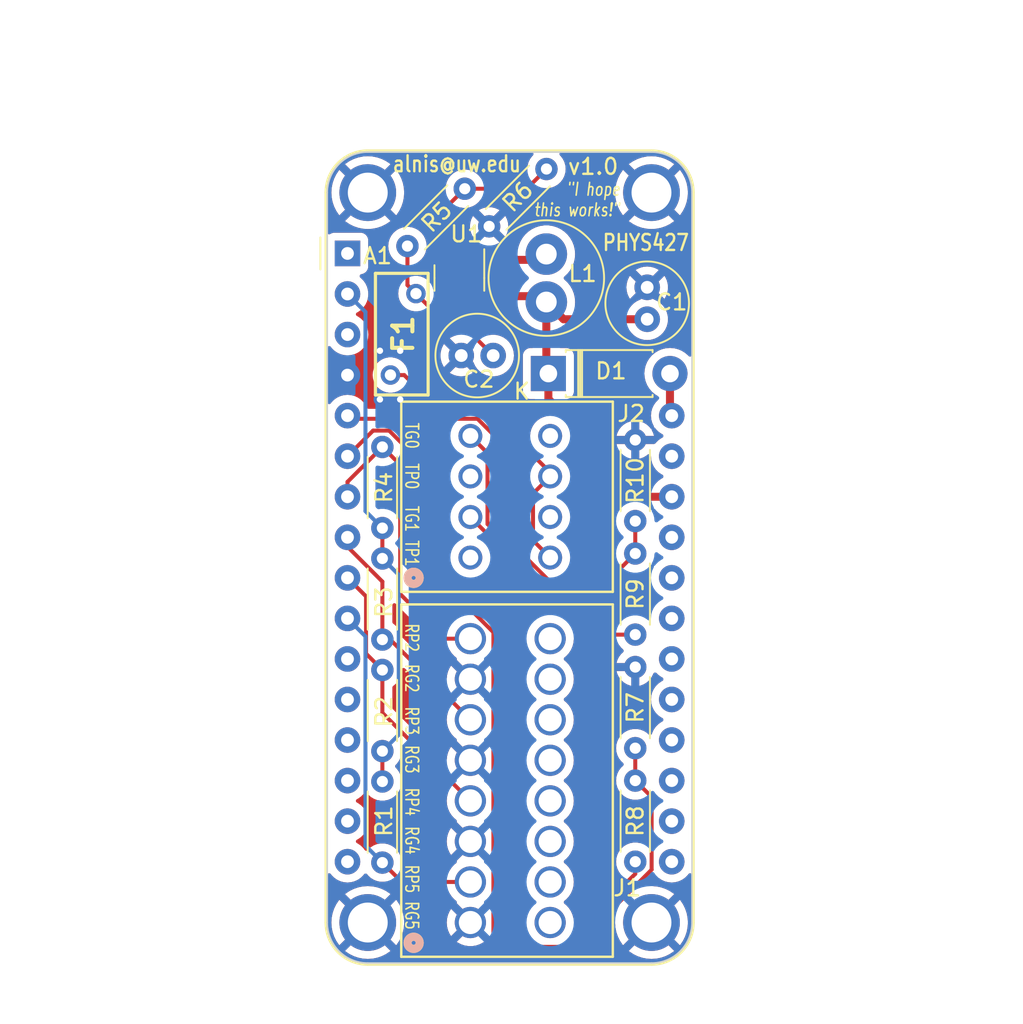
<source format=kicad_pcb>
(kicad_pcb (version 20221018) (generator pcbnew)
  (layers (0 "F.Cu" signal) (31 "B.Cu" signal) (34 "B.Paste" user) (35 "F.Paste" user) (36 "B.SilkS" user "B.Silkscreen") (37 "F.SilkS" user "F.Silkscreen") (38 "B.Mask" user) (39 "F.Mask" user) (44 "Edge.Cuts" user))
  (net 0 "")
  (net 2 "3V3")
  (net 4 "GND")
  (net 5 "A0")
  (net 6 "A1")
  (net 7 "A2")
  (net 8 "A3")
  (net 9 "A4")
  (net 10 "A5")
  (net 26 "USB")
  (net 35 "VBAT")
  (net 36 "24V")
  (net 38 "SW")
  (net 39 "FB")
  (net 42 "Net-(U1-VOUT)")
  (net 43 "Net-(J2-Pad7)")
  (net 44 "Net-(J2-Pad3)")
  (footprint "Resistor_THT:R_Axial_DIN0204_L3.6mm_D1.6mm_P5.08mm_Horizontal" (layer "F.Cu") (at 55.525792 78.796567 -90)
    (fp_text reference "R1" (at 2.483433 -0.100208 -90) (layer "F.SilkS"))
    (fp_text value "10k")
    (fp_line (start 0.62 -0.92) (end 4.46 -0.92) (stroke (width 0.12)) (layer "F.SilkS"))
    (fp_line (start 0.62 0.92) (end 4.46 0.92) (stroke (width 0.12)) (layer "F.SilkS"))
    (pad "1" thru_hole circle (at 0 0 270) (size 1.4 1.4) (drill 0.7) (layers "*.Cu" "*.Mask") (net 2 "3V3"))
    (pad "2" thru_hole oval (at 5.08 0 270) (size 1.4 1.4) (drill 0.7) (layers "*.Cu" "*.Mask") (net 10 "A5"))
  )
  (footprint "Resistor_THT:R_Axial_DIN0204_L3.6mm_D1.6mm_P5.08mm_Horizontal" (layer "F.Cu") (at 55.525792 76.891567 90)
    (fp_text reference "R2" (at 2.469567 0.100208 90) (layer "F.SilkS"))
    (fp_text value "10k")
    (fp_line (start 0.62 -0.92) (end 4.46 -0.92) (stroke (width 0.12)) (layer "F.SilkS"))
    (fp_line (start 0.62 0.92) (end 4.46 0.92) (stroke (width 0.12)) (layer "F.SilkS"))
    (pad "1" thru_hole circle (at 0 0 90) (size 1.4 1.4) (drill 0.7) (layers "*.Cu" "*.Mask") (net 2 "3V3"))
    (pad "2" thru_hole oval (at 5.08 0 90) (size 1.4 1.4) (drill 0.7) (layers "*.Cu" "*.Mask") (net 9 "A4"))
  )
  (footprint "Resistor_THT:R_Axial_DIN0204_L3.6mm_D1.6mm_P5.08mm_Horizontal" (layer "F.Cu") (at 55.525792 62.921567 90)
    (fp_text reference "R4" (at 2.54 0.100208 90) (layer "F.SilkS"))
    (fp_text value "10k")
    (fp_line (start 0.62 -0.92) (end 4.46 -0.92) (stroke (width 0.12)) (layer "F.SilkS"))
    (fp_line (start 0.62 0.92) (end 4.46 0.92) (stroke (width 0.12)) (layer "F.SilkS"))
    (pad "1" thru_hole circle (at 0 0 90) (size 1.4 1.4) (drill 0.7) (layers "*.Cu" "*.Mask") (net 2 "3V3"))
    (pad "2" thru_hole oval (at 5.08 0 90) (size 1.4 1.4) (drill 0.7) (layers "*.Cu" "*.Mask") (net 7 "A2"))
  )
  (footprint "Inductor_THT:L_Radial_D7.0mm_P3.00mm" (layer "F.Cu") (at 65.800222 48.762087 90)
    (fp_text reference "L1" (at 1.772087 2.271778 180) (layer "F.SilkS"))
    (fp_text value "12uH")
    (fp_circle (center 1.5 0) (end 5.12 0) (stroke (width 0.12)) (fill none) (layer "F.SilkS"))
    (pad "1" thru_hole circle (at 0 0 90) (size 2.6 2.6) (drill 1.3) (layers "*.Cu" "*.Mask") (net 26 "USB"))
    (pad "2" thru_hole circle (at 3 0 90) (size 2.6 2.6) (drill 1.3) (layers "*.Cu" "*.Mask") (net 38 "SW"))
  )
  (footprint "Resistor_THT:R_Axial_DIN0204_L3.6mm_D1.6mm_P5.08mm_Horizontal" (layer "F.Cu") (at 71.374 76.708 90)
    (fp_text reference "R7" (at 2.54 0 90) (layer "F.SilkS"))
    (fp_text value "49.9")
    (fp_line (start 0.62 -0.92) (end 4.46 -0.92) (stroke (width 0.12)) (layer "F.SilkS"))
    (fp_line (start 0.62 0.92) (end 4.46 0.92) (stroke (width 0.12)) (layer "F.SilkS"))
    (pad "1" thru_hole circle (at 0 0 90) (size 1.4 1.4) (drill 0.7) (layers "*.Cu" "*.Mask") (net 6 "A1"))
    (pad "2" thru_hole oval (at 5.08 0 90) (size 1.4 1.4) (drill 0.7) (layers "*.Cu" "*.Mask") (net 4 "GND"))
  )
  (footprint "MountingHole:MountingHole_2.5mm_Pad" (layer "F.Cu") (at 72.39 41.91)
    (fp_text reference "REF**" hide)
    (fp_text value "MountingHole_2.5mm_Pad")
    (pad "1" thru_hole circle (at 0 0) (size 3.556 3.556) (drill 2.5) (layers "*.Cu" "*.Mask") (net 4 "GND"))
  )
  (footprint "Capacitor_THT:C_Radial_D5.0mm_H11.0mm_P2.00mm" (layer "F.Cu") (at 72.121232 49.841724 90)
    (fp_text reference "C1" (at 1.073724 1.538768 180) (layer "F.SilkS"))
    (fp_text value "4.7uF")
    (fp_circle (center 1 0) (end 3.62 0) (stroke (width 0.12)) (fill none) (layer "F.SilkS"))
    (pad "1" thru_hole circle (at 0 0 90) (size 1.6 1.6) (drill 0.8) (layers "*.Cu" "*.Mask") (net 26 "USB"))
    (pad "2" thru_hole circle (at 2 0 90) (size 1.6 1.6) (drill 0.8) (layers "*.Cu" "*.Mask") (net 4 "GND"))
  )
  (footprint "Resistor_THT:R_Axial_DIN0204_L3.6mm_D1.6mm_P5.08mm_Horizontal" (layer "F.Cu") (at 71.374 83.82 90)
    (fp_text reference "R8" (at 2.54 0 90) (layer "F.SilkS"))
    (fp_text value "348")
    (fp_line (start 0.62 -0.92) (end 4.46 -0.92) (stroke (width 0.12)) (layer "F.SilkS"))
    (fp_line (start 0.62 0.92) (end 4.46 0.92) (stroke (width 0.12)) (layer "F.SilkS"))
    (pad "1" thru_hole circle (at 0 0 90) (size 1.4 1.4) (drill 0.7) (layers "*.Cu" "*.Mask") (net 44 "Net-(J2-Pad3)"))
    (pad "2" thru_hole oval (at 5.08 0 90) (size 1.4 1.4) (drill 0.7) (layers "*.Cu" "*.Mask") (net 6 "A1"))
  )
  (footprint "Resistor_THT:R_Axial_DIN0204_L3.6mm_D1.6mm_P5.08mm_Horizontal" (layer "F.Cu") (at 65.809086 40.431766 -135)
    (fp_text reference "R6" (at 2.498435 0.048686 45) (layer "F.SilkS"))
    (fp_text value "68k")
    (fp_line (start 0.62 -0.92) (end 4.46 -0.92) (stroke (width 0.12)) (layer "F.SilkS"))
    (fp_line (start 0.62 0.92) (end 4.46 0.92) (stroke (width 0.12)) (layer "F.SilkS"))
    (pad "1" thru_hole circle (at 0 0 225) (size 1.4 1.4) (drill 0.7) (layers "*.Cu" "*.Mask") (net 39 "FB"))
    (pad "2" thru_hole oval (at 5.08 0 225) (size 1.4 1.4) (drill 0.7) (layers "*.Cu" "*.Mask") (net 4 "GND"))
  )
  (footprint "0ZRE0005FF1C:0ZRE0005FF1C" (layer "F.Cu") (at 57.630808 48.235846 -90)
    (fp_text reference "F1" (at 2.55 0.8 90) (layer "F.SilkS") (effects (font (size 1.27 1.27) (thickness 0.254))))
    (fp_text value "0ZRE0005FF1C" hide)
    (fp_line (start -1.27 -0.762) (end 6.35 -0.762) (stroke (width 0.2)) (layer "F.SilkS"))
    (fp_line (start -1.27 2.54) (end -1.27 -0.762) (stroke (width 0.2)) (layer "F.SilkS"))
    (fp_line (start 6.35 -0.762) (end 6.35 2.54) (stroke (width 0.2)) (layer "F.SilkS"))
    (fp_line (start 6.35 2.54) (end -1.27 2.54) (stroke (width 0.2)) (layer "F.SilkS"))
    (pad "1" thru_hole circle (at 0 0 270) (size 1.217 1.217) (drill 0.71) (layers "*.Cu" "*.Mask") (net 42 "Net-(U1-VOUT)"))
    (pad "2" thru_hole circle (at 5.1 1.6 270) (size 1.217 1.217) (drill 0.71) (layers "*.Cu" "*.Mask") (net 36 "24V"))
  )
  (footprint "Diode_THT:D_DO-41_SOD81_P7.62mm_Horizontal" (layer "F.Cu") (at 65.92902 53.242534)
    (fp_text reference "D1" (at 3.92098 -0.156534) (layer "F.SilkS"))
    (fp_text value "1N5817")
    (fp_text user "K" (at -1.66702 1.113466) (layer "F.SilkS"))
    (fp_line (start 1.09 -1.47) (end 6.53 -1.47) (stroke (width 0.12)) (layer "F.SilkS"))
    (fp_line (start 1.09 -1.34) (end 1.09 -1.47) (stroke (width 0.12)) (layer "F.SilkS"))
    (fp_line (start 1.09 1.34) (end 1.09 1.47) (stroke (width 0.12)) (layer "F.SilkS"))
    (fp_line (start 1.09 1.47) (end 6.53 1.47) (stroke (width 0.12)) (layer "F.SilkS"))
    (fp_line (start 1.87 -1.47) (end 1.87 1.47) (stroke (width 0.12)) (layer "F.SilkS"))
    (fp_line (start 1.99 -1.47) (end 1.99 1.47) (stroke (width 0.12)) (layer "F.SilkS"))
    (fp_line (start 2.11 -1.47) (end 2.11 1.47) (stroke (width 0.12)) (layer "F.SilkS"))
    (fp_line (start 6.53 -1.47) (end 6.53 -1.34) (stroke (width 0.12)) (layer "F.SilkS"))
    (fp_line (start 6.53 1.47) (end 6.53 1.34) (stroke (width 0.12)) (layer "F.SilkS"))
    (pad "1" thru_hole rect (at 0 0) (size 2.2 2.2) (drill 1.1) (layers "*.Cu" "*.Mask") (net 26 "USB"))
    (pad "2" thru_hole oval (at 7.62 0) (size 2.2 2.2) (drill 1.1) (layers "*.Cu" "*.Mask") (net 35 "VBAT"))
  )
  (footprint "ul_218-504-000-604_footprint:ul_218-504-000-604" (layer "F.Cu") (at 61.04001 64.77 90)
    (fp_text reference "J2" (at 9.017 10.07999 unlocked) (layer "F.SilkS"))
    (fp_text value "218-504/000-604")
    (fp_circle (center -1.27 -3.556) (end -0.889 -3.556) (stroke (width 0.508)) (fill none) (layer "B.SilkS"))
    (fp_line (start -2.1463 -4.332006) (end -2.1463 8.926795) (stroke (width 0.1524)) (layer "F.SilkS"))
    (fp_line (start -2.1463 8.926795) (end 9.7663 8.926795) (stroke (width 0.1524)) (layer "F.SilkS"))
    (fp_line (start 9.7663 -4.332006) (end -2.1463 -4.332006) (stroke (width 0.1524)) (layer "F.SilkS"))
    (fp_line (start 9.7663 8.926795) (end 9.7663 -4.332006) (stroke (width 0.1524)) (layer "F.SilkS"))
    (fp_circle (center -1.27 -3.556) (end -0.889 -3.556) (stroke (width 0.508)) (fill none) (layer "F.SilkS"))
    (pad "1" thru_hole circle (at 0 0 90) (size 1.4986 1.4986) (drill 0.9906) (layers "*.Cu" "*.Mask"))
    (pad "2" thru_hole circle (at 0 4.99999 90) (size 1.4986 1.4986) (drill 0.9906) (layers "*.Cu" "*.Mask") (net 36 "24V"))
    (pad "3" thru_hole circle (at 2.54 0 90) (size 1.4986 1.4986) (drill 0.9906) (layers "*.Cu" "*.Mask") (net 44 "Net-(J2-Pad3)"))
    (pad "4" thru_hole circle (at 2.54 4.99999 90) (size 1.4986 1.4986) (drill 0.9906) (layers "*.Cu" "*.Mask"))
    (pad "5" thru_hole circle (at 5.08 0 90) (size 1.4986 1.4986) (drill 0.9906) (layers "*.Cu" "*.Mask"))
    (pad "6" thru_hole circle (at 5.08 4.99999 90) (size 1.4986 1.4986) (drill 0.9906) (layers "*.Cu" "*.Mask") (net 36 "24V"))
    (pad "7" thru_hole circle (at 7.62 0 90) (size 1.4986 1.4986) (drill 0.9906) (layers "*.Cu" "*.Mask") (net 43 "Net-(J2-Pad7)"))
    (pad "8" thru_hole circle (at 7.62 4.99999 90) (size 1.4986 1.4986) (drill 0.9906) (layers "*.Cu" "*.Mask"))
  )
  (footprint "Capacitor_THT:C_Radial_D5.0mm_H11.0mm_P2.00mm" (layer "F.Cu") (at 62.468819 52.114722 180)
    (fp_text reference "C2" (at 0.89664 -1.493121) (layer "F.SilkS"))
    (fp_text value "10uF")
    (fp_circle (center 1 0) (end 3.62 0) (stroke (width 0.12)) (fill none) (layer "F.SilkS"))
    (pad "1" thru_hole circle (at 0 0 180) (size 1.6 1.6) (drill 0.8) (layers "*.Cu" "*.Mask") (net 42 "Net-(U1-VOUT)"))
    (pad "2" thru_hole circle (at 2 0 180) (size 1.6 1.6) (drill 0.8) (layers "*.Cu" "*.Mask") (net 4 "GND"))
  )
  (footprint "Resistor_THT:R_Axial_DIN0204_L3.6mm_D1.6mm_P5.08mm_Horizontal" (layer "F.Cu") (at 71.374 62.484 90)
    (fp_text reference "R10" (at 2.54 0 90) (layer "F.SilkS"))
    (fp_text value "49.9")
    (fp_line (start 0.62 -0.92) (end 4.46 -0.92) (stroke (width 0.12)) (layer "F.SilkS"))
    (fp_line (start 0.62 0.92) (end 4.46 0.92) (stroke (width 0.12)) (layer "F.SilkS"))
    (pad "1" thru_hole circle (at 0 0 90) (size 1.4 1.4) (drill 0.7) (layers "*.Cu" "*.Mask") (net 5 "A0"))
    (pad "2" thru_hole oval (at 5.08 0 90) (size 1.4 1.4) (drill 0.7) (layers "*.Cu" "*.Mask") (net 4 "GND"))
  )
  (footprint "MountingHole:MountingHole_2.5mm_Pad" (layer "F.Cu") (at 54.61 41.91)
    (fp_text reference "REF**" hide)
    (fp_text value "MountingHole_2.5mm_Pad")
    (pad "1" thru_hole circle (at 0 0) (size 3.556 3.556) (drill 2.5) (layers "*.Cu" "*.Mask") (net 4 "GND"))
  )
  (footprint "MountingHole:MountingHole_2.5mm_Pad" (layer "F.Cu") (at 72.39 87.63)
    (fp_text reference "REF**" hide)
    (fp_text value "MountingHole_2.5mm_Pad")
    (pad "1" thru_hole circle (at 0 0) (size 3.556 3.556) (drill 2.5) (layers "*.Cu" "*.Mask") (net 4 "GND"))
  )
  (footprint "Resistor_THT:R_Axial_DIN0204_L3.6mm_D1.6mm_P5.08mm_Horizontal" (layer "F.Cu") (at 57.09644 45.258246 45)
    (fp_text reference "R5" (at 2.585045 0.005172 45) (layer "F.SilkS"))
    (fp_text value "2.0M")
    (fp_line (start 0.62 -0.92) (end 4.46 -0.92) (stroke (width 0.12)) (layer "F.SilkS"))
    (fp_line (start 0.62 0.92) (end 4.46 0.92) (stroke (width 0.12)) (layer "F.SilkS"))
    (pad "1" thru_hole circle (at 0 0 45) (size 1.4 1.4) (drill 0.7) (layers "*.Cu" "*.Mask") (net 42 "Net-(U1-VOUT)"))
    (pad "2" thru_hole oval (at 5.08 0 45) (size 1.4 1.4) (drill 0.7) (layers "*.Cu" "*.Mask") (net 39 "FB"))
  )
  (footprint "Module:Adafruit_Feather" (layer "F.Cu") (at 53.34 45.72)
    (fp_text reference "A1" (at 1.8796 0.1524) (layer "F.SilkS"))
    (fp_text value "Adafruit_Feather_Generic")
    (fp_line (start -1.7 1) (end -1.7 -1) (stroke (width 0.12)) (layer "F.SilkS"))
    (fp_line (start -1.38 -3.81) (end -1.38 41.91) (stroke (width 0.12)) (layer "F.SilkS"))
    (fp_line (start 19.05 -6.46) (end 1.27 -6.46) (stroke (width 0.12)) (layer "F.SilkS"))
    (fp_line (start 19.05 44.56) (end 1.27 44.56) (stroke (width 0.12)) (layer "F.SilkS"))
    (fp_line (start 21.7 -3.81) (end 21.7 41.91) (stroke (width 0.12)) (layer "F.SilkS"))
    (fp_arc (start -1.38 -3.81) (mid -0.603833 -5.683833) (end 1.27 -6.46) (stroke (width 0.12)) (layer "F.SilkS"))
    (fp_arc (start 1.27 44.56) (mid -0.603833 43.783833) (end -1.38 41.91) (stroke (width 0.12)) (layer "F.SilkS"))
    (fp_arc (start 19.05 -6.46) (mid 20.923833 -5.683833) (end 21.7 -3.81) (stroke (width 0.12)) (layer "F.SilkS"))
    (fp_arc (start 21.7 41.91) (mid 20.923833 43.783833) (end 19.05 44.56) (stroke (width 0.12)) (layer "F.SilkS"))
    (pad "1" thru_hole rect (at 0 0 180) (size 1.6 1.6) (drill 0.8) (layers "*.Cu" "*.Mask"))
    (pad "2" thru_hole circle (at 0 2.54 180) (size 1.6 1.6) (drill 0.8) (layers "*.Cu" "*.Mask") (net 2 "3V3"))
    (pad "3" thru_hole circle (at 0 5.08 180) (size 1.6 1.6) (drill 0.8) (layers "*.Cu" "*.Mask"))
    (pad "4" thru_hole circle (at 0 7.62 180) (size 1.6 1.6) (drill 0.8) (layers "*.Cu" "*.Mask") (net 4 "GND"))
    (pad "5" thru_hole circle (at 0 10.16 180) (size 1.6 1.6) (drill 0.8) (layers "*.Cu" "*.Mask") (net 5 "A0"))
    (pad "6" thru_hole circle (at 0 12.7 180) (size 1.6 1.6) (drill 0.8) (layers "*.Cu" "*.Mask") (net 6 "A1"))
    (pad "7" thru_hole circle (at 0 15.24 180) (size 1.6 1.6) (drill 0.8) (layers "*.Cu" "*.Mask") (net 7 "A2"))
    (pad "8" thru_hole circle (at 0 17.78 180) (size 1.6 1.6) (drill 0.8) (layers "*.Cu" "*.Mask") (net 8 "A3"))
    (pad "9" thru_hole circle (at 0 20.32 180) (size 1.6 1.6) (drill 0.8) (layers "*.Cu" "*.Mask") (net 9 "A4"))
    (pad "10" thru_hole circle (at 0 22.86 180) (size 1.6 1.6) (drill 0.8) (layers "*.Cu" "*.Mask") (net 10 "A5"))
    (pad "11" thru_hole circle (at 0 25.4 180) (size 1.6 1.6) (drill 0.8) (layers "*.Cu" "*.Mask"))
    (pad "12" thru_hole circle (at 0 27.94 180) (size 1.6 1.6) (drill 0.8) (layers "*.Cu" "*.Mask"))
    (pad "13" thru_hole circle (at 0 30.48 180) (size 1.6 1.6) (drill 0.8) (layers "*.Cu" "*.Mask"))
    (pad "14" thru_hole circle (at 0 33.02 180) (size 1.6 1.6) (drill 0.8) (layers "*.Cu" "*.Mask"))
    (pad "15" thru_hole circle (at 0 35.56 180) (size 1.6 1.6) (drill 0.8) (layers "*.Cu" "*.Mask"))
    (pad "16" thru_hole circle (at 0 38.1 180) (size 1.6 1.6) (drill 0.8) (layers "*.Cu" "*.Mask"))
    (pad "17" thru_hole circle (at 20.32 38.1 180) (size 1.6 1.6) (drill 0.8) (layers "*.Cu" "*.Mask"))
    (pad "18" thru_hole circle (at 20.32 35.56 180) (size 1.6 1.6) (drill 0.8) (layers "*.Cu" "*.Mask"))
    (pad "19" thru_hole circle (at 20.32 33.02 180) (size 1.6 1.6) (drill 0.8) (layers "*.Cu" "*.Mask"))
    (pad "20" thru_hole circle (at 20.32 30.48 180) (size 1.6 1.6) (drill 0.8) (layers "*.Cu" "*.Mask"))
    (pad "21" thru_hole circle (at 20.32 27.94 180) (size 1.6 1.6) (drill 0.8) (layers "*.Cu" "*.Mask"))
    (pad "22" thru_hole circle (at 20.32 25.4 180) (size 1.6 1.6) (drill 0.8) (layers "*.Cu" "*.Mask"))
    (pad "23" thru_hole circle (at 20.32 22.86 180) (size 1.6 1.6) (drill 0.8) (layers "*.Cu" "*.Mask"))
    (pad "24" thru_hole circle (at 20.32 20.32 180) (size 1.6 1.6) (drill 0.8) (layers "*.Cu" "*.Mask"))
    (pad "25" thru_hole circle (at 20.32 17.78 180) (size 1.6 1.6) (drill 0.8) (layers "*.Cu" "*.Mask"))
    (pad "26" thru_hole circle (at 20.32 15.24 180) (size 1.6 1.6) (drill 0.8) (layers "*.Cu" "*.Mask") (net 26 "USB"))
    (pad "27" thru_hole circle (at 20.32 12.7 180) (size 1.6 1.6) (drill 0.8) (layers "*.Cu" "*.Mask"))
    (pad "28" thru_hole circle (at 20.32 10.16 180) (size 1.6 1.6) (drill 0.8) (layers "*.Cu" "*.Mask") (net 35 "VBAT"))
  )
  (footprint "ul_218-508_footprint:ul_218-508" (layer "F.Cu") (at 61.04001 87.63 90)
    (fp_text reference "J1" (at 2.159 9.82599 unlocked) (layer "F.SilkS"))
    (fp_text value "218-508")
    (fp_circle (center -1.27 -3.556) (end -0.889 -3.556) (stroke (width 0.508)) (fill none) (layer "B.SilkS"))
    (fp_line (start -2.1463 -4.332006) (end -2.1463 8.926795) (stroke (width 0.1524)) (layer "F.SilkS"))
    (fp_line (start -2.1463 8.926795) (end 19.9263 8.926795) (stroke (width 0.1524)) (layer "F.SilkS"))
    (fp_line (start 19.9263 -4.332006) (end -2.1463 -4.332006) (stroke (width 0.1524)) (layer "F.SilkS"))
    (fp_line (start 19.9263 8.926795) (end 19.9263 -4.332006) (stroke (width 0.1524)) (layer "F.SilkS"))
    (fp_circle (center -1.27 -3.556) (end -0.889 -3.556) (stroke (width 0.508)) (fill none) (layer "F.SilkS"))
    (pad "1" thru_hole circle (at 0 0 90) (size 1.9558 1.9558) (drill 1.4478) (layers "*.Cu" "*.Mask") (net 4 "GND"))
    (pad "2" thru_hole circle (at 0 4.99999 90) (size 1.9558 1.9558) (drill 1.4478) (layers "*.Cu" "*.Mask"))
    (pad "3" thru_hole circle (at 2.54 0 90) (size 1.9558 1.9558) (drill 1.4478) (layers "*.Cu" "*.Mask") (net 10 "A5"))
    (pad "4" thru_hole circle (at 2.54 4.99999 90) (size 1.9558 1.9558) (drill 1.4478) (layers "*.Cu" "*.Mask"))
    (pad "5" thru_hole circle (at 5.08 0 90) (size 1.9558 1.9558) (drill 1.4478) (layers "*.Cu" "*.Mask") (net 4 "GND"))
    (pad "6" thru_hole circle (at 5.08 4.99999 90) (size 1.9558 1.9558) (drill 1.4478) (layers "*.Cu" "*.Mask"))
    (pad "7" thru_hole circle (at 7.62 0 90) (size 1.9558 1.9558) (drill 1.4478) (layers "*.Cu" "*.Mask") (net 9 "A4"))
    (pad "8" thru_hole circle (at 7.62 4.99999 90) (size 1.9558 1.9558) (drill 1.4478) (layers "*.Cu" "*.Mask"))
    (pad "9" thru_hole circle (at 10.16 0 90) (size 1.9558 1.9558) (drill 1.4478) (layers "*.Cu" "*.Mask") (net 4 "GND"))
    (pad "10" thru_hole circle (at 10.16 4.99999 90) (size 1.9558 1.9558) (drill 1.4478) (layers "*.Cu" "*.Mask"))
    (pad "11" thru_hole circle (at 12.7 0 90) (size 1.9558 1.9558) (drill 1.4478) (layers "*.Cu" "*.Mask") (net 8 "A3"))
    (pad "12" thru_hole circle (at 12.7 4.99999 90) (size 1.9558 1.9558) (drill 1.4478) (layers "*.Cu" "*.Mask"))
    (pad "13" thru_hole circle (at 15.24 0 90) (size 1.9558 1.9558) (drill 1.4478) (layers "*.Cu" "*.Mask") (net 4 "GND"))
    (pad "14" thru_hole circle (at 15.24 4.99999 90) (size 1.9558 1.9558) (drill 1.4478) (layers "*.Cu" "*.Mask"))
    (pad "15" thru_hole circle (at 17.78 0 90) (size 1.9558 1.9558) (drill 1.4478) (layers "*.Cu" "*.Mask") (net 7 "A2"))
    (pad "16" thru_hole circle (at 17.78 4.99999 90) (size 1.9558 1.9558) (drill 1.4478) (layers "*.Cu" "*.Mask"))
  )
  (footprint "Package_TO_SOT_SMD:SOT-23-6" (layer "F.Cu") (at 60.349933 47.25804 -90)
    (fp_text reference "U1" (at -2.752781 -0.43369 -180) (layer "F.SilkS"))
    (fp_text value "TLV61046ADB")
    (fp_line (start 0 -1.56) (end -1.8 -1.56) (stroke (width 0.12)) (layer "F.SilkS"))
    (fp_line (start 0 -1.56) (end 0.8 -1.56) (stroke (width 0.12)) (layer "F.SilkS"))
    (fp_line (start 0 1.56) (end -0.8 1.56) (stroke (width 0.12)) (layer "F.SilkS"))
    (fp_line (start 0 1.56) (end 0.8 1.56) (stroke (width 0.12)) (layer "F.SilkS"))
    (pad "1" smd roundrect (at -1.1375 -0.95 270) (size 1.325 0.6) (layers "F.Cu" "F.Paste" "F.Mask") (net 38 "SW"))
    (pad "2" smd roundrect (at -1.1375 0 270) (size 1.325 0.6) (layers "F.Cu" "F.Paste" "F.Mask") (net 4 "GND"))
    (pad "3" smd roundrect (at -1.1375 0.95 270) (size 1.325 0.6) (layers "F.Cu" "F.Paste" "F.Mask") (net 39 "FB"))
    (pad "4" smd roundrect (at 1.1375 0.95 270) (size 1.325 0.6) (layers "F.Cu" "F.Paste" "F.Mask") (net 26 "USB"))
    (pad "5" smd roundrect (at 1.1375 0 270) (size 1.325 0.6) (layers "F.Cu" "F.Paste" "F.Mask") (net 42 "Net-(U1-VOUT)"))
    (pad "6" smd roundrect (at 1.1375 -0.95 270) (size 1.325 0.6) (layers "F.Cu" "F.Paste" "F.Mask") (net 26 "USB"))
  )
  (footprint "Resistor_THT:R_Axial_DIN0204_L3.6mm_D1.6mm_P5.08mm_Horizontal" (layer "F.Cu") (at 71.374 69.596 90)
    (fp_text reference "R9" (at 2.54 0 90) (layer "F.SilkS"))
    (fp_text value "348")
    (fp_line (start 0.62 -0.92) (end 4.46 -0.92) (stroke (width 0.12)) (layer "F.SilkS"))
    (fp_line (start 0.62 0.92) (end 4.46 0.92) (stroke (width 0.12)) (layer "F.SilkS"))
    (pad "1" thru_hole circle (at 0 0 90) (size 1.4 1.4) (drill 0.7) (layers "*.Cu" "*.Mask") (net 43 "Net-(J2-Pad7)"))
    (pad "2" thru_hole oval (at 5.08 0 90) (size 1.4 1.4) (drill 0.7) (layers "*.Cu" "*.Mask") (net 5 "A0"))
  )
  (footprint "Resistor_THT:R_Axial_DIN0204_L3.6mm_D1.6mm_P5.08mm_Horizontal" (layer "F.Cu") (at 55.525792 64.826567 -90)
    (fp_text reference "R3" (at 2.737433 -0.100208 -90) (layer "F.SilkS"))
    (fp_text value "10k")
    (fp_line (start 0.62 -0.92) (end 4.46 -0.92) (stroke (width 0.12)) (layer "F.SilkS"))
    (fp_line (start 0.62 0.92) (end 4.46 0.92) (stroke (width 0.12)) (layer "F.SilkS"))
    (pad "1" thru_hole circle (at 0 0 270) (size 1.4 1.4) (drill 0.7) (layers "*.Cu" "*.Mask") (net 2 "3V3"))
    (pad "2" thru_hole oval (at 5.08 0 270) (size 1.4 1.4) (drill 0.7) (layers "*.Cu" "*.Mask") (net 8 "A3"))
  )
  (footprint "MountingHole:MountingHole_2.5mm_Pad" (layer "F.Cu") (at 54.61 87.63)
    (fp_text reference "REF**" hide)
    (fp_text value "MountingHole_2.5mm_Pad")
    (pad "1" thru_hole circle (at 0 0) (size 3.556 3.556) (drill 2.5) (layers "*.Cu" "*.Mask") (net 4 "GND"))
  )
  (gr_line (start 52.07 87.63) (end 52.07 41.91) (stroke (width 0.1)) (layer "Edge.Cuts"))
  (gr_arc (start 74.93 87.63) (mid 74.186051 89.426051) (end 72.39 90.17) (stroke (width 0.1)) (layer "Edge.Cuts"))
  (gr_line (start 74.93 41.91) (end 74.93 87.63) (stroke (width 0.1)) (layer "Edge.Cuts"))
  (gr_arc (start 54.61 90.17) (mid 52.813949 89.426051) (end 52.07 87.63) (stroke (width 0.1)) (layer "Edge.Cuts"))
  (gr_arc (start 72.39 39.37) (mid 74.186051 40.113949) (end 74.93 41.91) (stroke (width 0.1)) (layer "Edge.Cuts"))
  (gr_line (start 72.39 90.17) (end 54.61 90.17) (stroke (width 0.1)) (layer "Edge.Cuts"))
  (gr_arc (start 52.07 41.91) (mid 52.813949 40.113949) (end 54.61 39.37) (stroke (width 0.1)) (layer "Edge.Cuts"))
  (gr_line (start 54.61 39.37) (end 72.39 39.37) (stroke (width 0.1)) (layer "Edge.Cuts"))
  (gr_text "RP2" (at 56.896 68.834 270) (layer "F.SilkS") (effects (font (size 0.8 0.6) (thickness 0.1)) (justify left bottom)))
  (gr_text "RP3" (at 56.896 74.041 270) (layer "F.SilkS") (effects (font (size 0.8 0.6) (thickness 0.1)) (justify left bottom)))
  (gr_text "v1.0" (at 67.066441 40.863264) (layer "F.SilkS") (effects (font (size 1 1)) (justify left bottom)))
  (gr_text "RP5" (at 56.896 83.947 270) (layer "F.SilkS") (effects (font (size 0.8 0.6) (thickness 0.1)) (justify left bottom)))
  (gr_text "RG5" (at 56.896 86.233 270) (layer "F.SilkS") (effects (font (size 0.8 0.6) (thickness 0.1)) (justify left bottom)))
  (gr_text "TP0" (at 56.896 58.801 270) (layer "F.SilkS") (effects (font (size 0.8 0.6) (thickness 0.1)) (justify left bottom)))
  (gr_text "RG2" (at 56.896 71.374 270) (layer "F.SilkS") (effects (font (size 0.8 0.6) (thickness 0.1)) (justify left bottom)))
  (gr_text "{dblquote}I hope\nthis works!{dblquote}" (at 70.482016 43.459101) (layer "F.SilkS") (effects (font (size 0.8 0.6) (thickness 0.1) bold italic) (justify right bottom)))
  (gr_text "TG0" (at 56.896 56.261 270) (layer "F.SilkS") (effects (font (size 0.8 0.6) (thickness 0.1)) (justify left bottom)))
  (gr_text "RP4" (at 56.896 79.121 270) (layer "F.SilkS") (effects (font (size 0.8 0.6) (thickness 0.1)) (justify left bottom)))
  (gr_text "alnis@uw.edu" (at 56.092968 40.700323) (layer "F.SilkS") (effects (font (size 1 0.8)) (justify left bottom)))
  (gr_text "TP1" (at 56.896 63.627 -90) (layer "F.SilkS") (effects (font (size 0.8 0.6) (thickness 0.1)) (justify left bottom)))
  (gr_text "PHYS427" (at 69.252409 45.629889) (layer "F.SilkS") (effects (font (size 1 0.8)) (justify left bottom)))
  (gr_text "RG3" (at 56.896 76.454 270) (layer "F.SilkS") (effects (font (size 0.8 0.6) (thickness 0.1)) (justify left bottom)))
  (gr_text "TG1" (at 56.896 61.468 270) (layer "F.SilkS") (effects (font (size 0.8 0.6) (thickness 0.1)) (justify left bottom)))
  (gr_text "RG4" (at 56.896 81.534 270) (layer "F.SilkS") (effects (font (size 0.8 0.6) (thickness 0.1)) (justify left bottom)))
  (segment (start 55.525792 76.891567) (end 55.525792 78.796567) (width 0.25) (layer "F.Cu") (net 2))
  (segment (start 55.525792 64.826567) (end 55.525792 62.921567) (width 0.25) (layer "F.Cu") (net 2))
  (segment (start 56.550792 75.866567) (end 55.525792 76.891567) (width 0.25) (layer "B.Cu") (net 2))
  (segment (start 55.525792 64.826567) (end 56.550792 65.851567) (width 0.25) (layer "B.Cu") (net 2))
  (segment (start 54.465 61.860775) (end 54.465 49.385) (width 0.25) (layer "B.Cu") (net 2))
  (segment (start 56.550792 65.851567) (end 56.550792 75.866567) (width 0.25) (layer "B.Cu") (net 2))
  (segment (start 54.465 49.385) (end 53.34 48.26) (width 0.25) (layer "B.Cu") (net 2))
  (segment (start 55.525792 62.921567) (end 54.465 61.860775) (width 0.25) (layer "B.Cu") (net 2))
  (via (at 56.642 51.816) (size 0.8) (drill 0.4) (layers "F.Cu" "B.Cu") (net 4))
  (via (at 55.372 54.864) (size 0.8) (drill 0.4) (layers "F.Cu" "B.Cu") (net 4))
  (via (at 56.642 54.864) (size 0.8) (drill 0.4) (layers "F.Cu" "B.Cu") (net 4))
  (via (at 55.372 51.816) (size 0.8) (drill 0.4) (layers "F.Cu" "B.Cu") (net 4))
  (segment (start 63.384 63.63329) (end 63.384 63.301198) (width 0.25) (layer "F.Cu") (net 5))
  (segment (start 63.384 63.301198) (end 62.56431 62.481508) (width 0.25) (layer "F.Cu") (net 5))
  (segment (start 71.374 62.484) (end 71.374 64.516) (width 0.25) (layer "F.Cu") (net 5))
  (segment (start 62.56431 62.481508) (end 62.56431 57.15501) (width 0.25) (layer "F.Cu") (net 5))
  (segment (start 62.56431 57.15501) (end 61.4853 56.076) (width 0.25) (layer "F.Cu") (net 5))
  (segment (start 53.536 56.076) (end 53.34 55.88) (width 0.25) (layer "F.Cu") (net 5))
  (segment (start 61.4853 56.076) (end 53.536 56.076) (width 0.25) (layer "F.Cu") (net 5))
  (segment (start 69.596 66.294) (end 66.04471 66.294) (width 0.25) (layer "F.Cu") (net 5))
  (segment (start 71.374 64.516) (end 69.596 66.294) (width 0.25) (layer "F.Cu") (net 5))
  (segment (start 66.04471 66.294) (end 63.384 63.63329) (width 0.25) (layer "F.Cu") (net 5))
  (segment (start 57.15 58.016206) (end 57.15 64.117411) (width 0.25) (layer "F.Cu") (net 6))
  (segment (start 62.484 69.451411) (end 62.484 88.392) (width 0.25) (layer "F.Cu") (net 6))
  (segment (start 57.15 64.117411) (end 62.484 69.451411) (width 0.25) (layer "F.Cu") (net 6))
  (segment (start 72.399 79.765) (end 71.374 78.74) (width 0.25) (layer "F.Cu") (net 6))
  (segment (start 72.399 84.319) (end 72.399 79.765) (width 0.25) (layer "F.Cu") (net 6))
  (segment (start 54.943433 56.816567) (end 55.950361 56.816567) (width 0.25) (layer "F.Cu") (net 6))
  (segment (start 53.34 58.42) (end 54.943433 56.816567) (width 0.25) (layer "F.Cu") (net 6))
  (segment (start 55.950361 56.816567) (end 57.15 58.016206) (width 0.25) (layer "F.Cu") (net 6))
  (segment (start 71.374 76.708) (end 71.374 78.74) (width 0.25) (layer "F.Cu") (net 6))
  (segment (start 63.754 89.662) (end 67.056 89.662) (width 0.25) (layer "F.Cu") (net 6))
  (segment (start 62.484 88.392) (end 63.754 89.662) (width 0.25) (layer "F.Cu") (net 6))
  (segment (start 67.056 89.662) (end 72.399 84.319) (width 0.25) (layer "F.Cu") (net 6))
  (segment (start 53.34 60.027359) (end 53.34 60.96) (width 0.25) (layer "F.Cu") (net 7))
  (segment (start 56.642 58.957775) (end 55.525792 57.841567) (width 0.25) (layer "F.Cu") (net 7))
  (segment (start 61.04001 69.85) (end 59.436 69.85) (width 0.25) (layer "F.Cu") (net 7))
  (segment (start 56.642 67.056) (end 56.642 58.957775) (width 0.25) (layer "F.Cu") (net 7))
  (segment (start 55.525792 57.841567) (end 53.34 60.027359) (width 0.25) (layer "F.Cu") (net 7))
  (segment (start 59.436 69.85) (end 56.642 67.056) (width 0.25) (layer "F.Cu") (net 7))
  (segment (start 55.525792 66.276136) (end 53.34 64.090344) (width 0.25) (layer "F.Cu") (net 8))
  (segment (start 53.34 64.090344) (end 53.34 63.5) (width 0.25) (layer "F.Cu") (net 8))
  (segment (start 56.016577 69.906567) (end 55.525792 69.906567) (width 0.25) (layer "F.Cu") (net 8))
  (segment (start 61.04001 74.93) (end 56.016577 69.906567) (width 0.25) (layer "F.Cu") (net 8))
  (segment (start 55.525792 69.906567) (end 55.525792 66.276136) (width 0.25) (layer "F.Cu") (net 8))
  (segment (start 61.04001 80.01) (end 55.525792 74.495782) (width 0.25) (layer "F.Cu") (net 9))
  (segment (start 55.525792 71.811567) (end 54.500792 70.786567) (width 0.25) (layer "F.Cu") (net 9))
  (segment (start 55.525792 74.495782) (end 55.525792 71.811567) (width 0.25) (layer "F.Cu") (net 9))
  (segment (start 54.500792 67.200792) (end 53.34 66.04) (width 0.25) (layer "F.Cu") (net 9))
  (segment (start 54.500792 70.786567) (end 54.500792 67.200792) (width 0.25) (layer "F.Cu") (net 9))
  (segment (start 56.739225 85.09) (end 61.04001 85.09) (width 0.25) (layer "F.Cu") (net 10))
  (segment (start 55.525792 83.876567) (end 56.739225 85.09) (width 0.25) (layer "F.Cu") (net 10))
  (segment (start 53.34 68.58) (end 54.465 69.705) (width 0.25) (layer "B.Cu") (net 10))
  (segment (start 54.465 82.815775) (end 55.525792 83.876567) (width 0.25) (layer "B.Cu") (net 10))
  (segment (start 54.465 69.705) (end 54.465 82.815775) (width 0.25) (layer "B.Cu") (net 10))
  (segment (start 60.849932 47.28304) (end 61.299933 47.733041) (width 0.5) (layer "F.Cu") (net 26))
  (segment (start 65.942534 53.242534) (end 65.92902 53.242534) (width 0.5) (layer "F.Cu") (net 26))
  (segment (start 72.121232 49.841724) (end 66.879859 49.841724) (width 0.5) (layer "F.Cu") (net 26))
  (segment (start 59.849934 47.28304) (end 60.849932 47.28304) (width 0.5) (layer "F.Cu") (net 26))
  (segment (start 65.92902 54.842534) (end 72.046486 60.96) (width 0.5) (layer "F.Cu") (net 26))
  (segment (start 65.92902 53.242534) (end 65.92902 54.842534) (width 0.5) (layer "F.Cu") (net 26))
  (segment (start 61.299933 47.733041) (end 61.299933 48.39554) (width 0.5) (layer "F.Cu") (net 26))
  (segment (start 65.433675 48.39554) (end 65.800222 48.762087) (width 0.5) (layer "F.Cu") (net 26))
  (segment (start 65.800222 48.762087) (end 65.800222 53.113736) (width 0.5) (layer "F.Cu") (net 26))
  (segment (start 72.046486 60.96) (end 73.66 60.96) (width 0.5) (layer "F.Cu") (net 26))
  (segment (start 59.399933 47.733041) (end 59.849934 47.28304) (width 0.5) (layer "F.Cu") (net 26))
  (segment (start 66.879859 49.841724) (end 65.800222 48.762087) (width 0.5) (layer "F.Cu") (net 26))
  (segment (start 65.800222 53.113736) (end 65.92902 53.242534) (width 0.5) (layer "F.Cu") (net 26))
  (segment (start 61.299933 48.39554) (end 65.433675 48.39554) (width 0.5) (layer "F.Cu") (net 26))
  (segment (start 59.399933 48.39554) (end 59.399933 47.733041) (width 0.5) (layer "F.Cu") (net 26))
  (segment (start 73.54902 55.76902) (end 73.66 55.88) (width 0.5) (layer "F.Cu") (net 35))
  (segment (start 73.54902 53.242534) (end 73.54902 55.76902) (width 0.5) (layer "F.Cu") (net 35))
  (segment (start 58.928 55.372) (end 61.976 55.372) (width 0.25) (layer "F.Cu") (net 36))
  (segment (start 66.04 59.436) (end 66.04 59.69) (width 0.25) (layer "F.Cu") (net 36))
  (segment (start 66.04 59.69) (end 64.9657 60.7643) (width 0.25) (layer "F.Cu") (net 36))
  (segment (start 64.9657 60.7643) (end 64.9657 63.6957) (width 0.25) (layer "F.Cu") (net 36))
  (segment (start 55.804 53.34) (end 56.896 53.34) (width 0.25) (layer "F.Cu") (net 36))
  (segment (start 64.9657 63.6957) (end 66.04 64.77) (width 0.25) (layer "F.Cu") (net 36))
  (segment (start 61.976 55.372) (end 66.04 59.436) (width 0.25) (layer "F.Cu") (net 36))
  (segment (start 66.04 59.563) (end 66.04 59.69) (width 0.25) (layer "F.Cu") (net 36))
  (segment (start 56.896 53.34) (end 58.928 55.372) (width 0.25) (layer "F.Cu") (net 36))
  (segment (start 65.441769 46.12054) (end 65.800222 45.762087) (width 0.5) (layer "F.Cu") (net 38))
  (segment (start 61.299933 46.12054) (end 65.441769 46.12054) (width 0.5) (layer "F.Cu") (net 38))
  (segment (start 60.688542 41.666144) (end 59.399933 42.954753) (width 0.25) (layer "F.Cu") (net 39))
  (segment (start 64.574708 41.666144) (end 65.809086 40.431766) (width 0.25) (layer "F.Cu") (net 39))
  (segment (start 59.399933 42.954753) (end 59.399933 46.12054) (width 0.25) (layer "F.Cu") (net 39))
  (segment (start 60.688542 41.666144) (end 64.574708 41.666144) (width 0.25) (layer "F.Cu") (net 39))
  (segment (start 59.178962 49.784) (end 60.349933 49.784) (width 0.25) (layer "F.Cu") (net 42))
  (segment (start 57.630808 48.235846) (end 59.178962 49.784) (width 0.25) (layer "F.Cu") (net 42))
  (segment (start 57.09644 45.258246) (end 57.09644 47.701478) (width 0.25) (layer "F.Cu") (net 42))
  (segment (start 60.349933 48.39554) (end 60.349933 49.995836) (width 0.25) (layer "F.Cu") (net 42))
  (segment (start 60.349933 49.784) (end 60.349933 48.39554) (width 0.25) (layer "F.Cu") (net 42))
  (segment (start 60.349933 49.995836) (end 62.468819 52.114722) (width 0.25) (layer "F.Cu") (net 42))
  (segment (start 57.09644 47.701478) (end 57.630808 48.235846) (width 0.25) (layer "F.Cu") (net 42))
  (segment (start 62.11431 58.2243) (end 61.04001 57.15) (width 0.25) (layer "F.Cu") (net 43))
  (segment (start 71.374 69.596) (end 68.326 69.596) (width 0.25) (layer "F.Cu") (net 43))
  (segment (start 62.11431 62.667904) (end 62.11431 58.2243) (width 0.25) (layer "F.Cu") (net 43))
  (segment (start 62.934 63.487594) (end 62.11431 62.667904) (width 0.25) (layer "F.Cu") (net 43))
  (segment (start 68.326 69.596) (end 62.934 64.204) (width 0.25) (layer "F.Cu") (net 43))
  (segment (start 62.934 64.204) (end 62.934 63.487594) (width 0.25) (layer "F.Cu") (net 43))
  (segment (start 66.802 89.154) (end 64.008 89.154) (width 0.25) (layer "F.Cu") (net 44))
  (segment (start 62.934 88.08) (end 62.934 69.265015) (width 0.25) (layer "F.Cu") (net 44))
  (segment (start 62.484 63.67399) (end 61.04001 62.23) (width 0.25) (layer "F.Cu") (net 44))
  (segment (start 62.934 69.265015) (end 62.484 68.815015) (width 0.25) (layer "F.Cu") (net 44))
  (segment (start 71.374 83.82) (end 71.374 84.582) (width 0.25) (layer "F.Cu") (net 44))
  (segment (start 64.008 89.154) (end 62.934 88.08) (width 0.25) (layer "F.Cu") (net 44))
  (segment (start 71.374 84.582) (end 66.802 89.154) (width 0.25) (layer "F.Cu") (net 44))
  (segment (start 62.484 68.815015) (end 62.484 63.67399) (width 0.25) (layer "F.Cu") (net 44))
  (zone (net 4) (net_name "GND") (layer "F.Cu") (connect_pads (clearance 0.5)) (min_thickness 0.25) (fill yes (thermal_gap 0.5) (thermal_bridge_width 0.5))
    (polygon (pts (xy 80.645 29.845) (xy 80.645 93.345) (xy 47.625 93.345) (xy 47.625 29.845) (xy 65.405 29.845)))
  )
  (zone (net 4) (net_name "GND") (layer "B.Cu") (connect_pads (clearance 0.5)) (min_thickness 0.25) (fill yes (thermal_gap 0.5) (thermal_bridge_width 0.5))
    (polygon (pts (xy 48.26 30.48) (xy 48.26 93.98) (xy 81.28 93.98) (xy 81.28 30.48) (xy 63.5 30.48)))
  )
)
</source>
